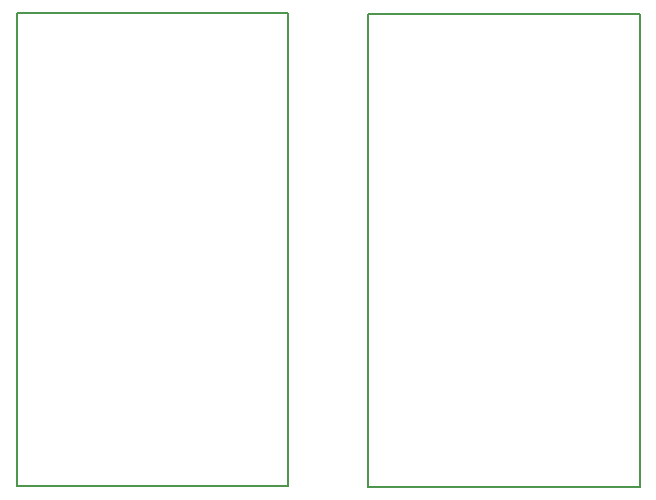
<source format=gbr>
%TF.GenerationSoftware,KiCad,Pcbnew,9.0.4*%
%TF.CreationDate,2025-09-28T00:45:50+02:00*%
%TF.ProjectId,BTM308-host,42544d33-3038-42d6-986f-73742e6b6963,rev?*%
%TF.SameCoordinates,Original*%
%TF.FileFunction,Profile,NP*%
%FSLAX46Y46*%
G04 Gerber Fmt 4.6, Leading zero omitted, Abs format (unit mm)*
G04 Created by KiCad (PCBNEW 9.0.4) date 2025-09-28 00:45:50*
%MOMM*%
%LPD*%
G01*
G04 APERTURE LIST*
%TA.AperFunction,Profile*%
%ADD10C,0.200000*%
%TD*%
G04 APERTURE END LIST*
D10*
X114750000Y-55750000D02*
X137750000Y-55750000D01*
X137750000Y-95750000D01*
X114750000Y-95750000D01*
X114750000Y-55750000D01*
X144500000Y-55852500D02*
X167500000Y-55852500D01*
X167500000Y-95852500D01*
X144500000Y-95852500D01*
X144500000Y-55852500D01*
M02*

</source>
